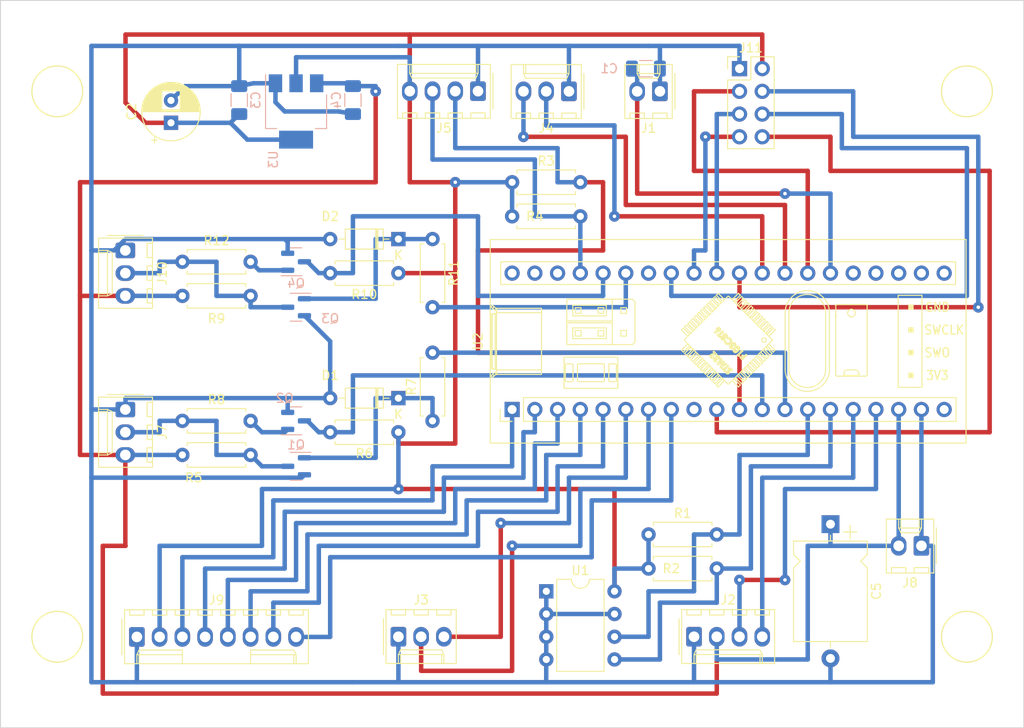
<source format=kicad_pcb>
(kicad_pcb (version 20221018) (generator pcbnew)
  (layers (0 "F.Cu" signal) (31 "B.Cu" signal) (34 "B.Paste" user) (35 "F.Paste" user) (36 "B.SilkS" user "B.Silkscreen") (37 "F.SilkS" user "F.Silkscreen") (38 "B.Mask" user) (39 "F.Mask" user) (44 "Edge.Cuts" user))
  (net 0 "")
  (net 1 "Pushbutton")
  (net 2 "GND")
  (net 3 "+3V3")
  (net 4 "+5V")
  (net 5 "Net-(D1-Pad1)")
  (net 6 "Net-(D2-Pad1)")
  (net 7 "RELAY_2")
  (net 8 "RELAY_1")
  (net 9 "Debug_RX")
  (net 10 "Debug_TX")
  (net 11 "RASP_RX")
  (net 12 "RASP_TX")
  (net 13 "BME280_SDA")
  (net 14 "BME280_SCL")
  (net 15 "Net-(J7-Pad2)")
  (net 16 "LCD_CE")
  (net 17 "LCD_SCK")
  (net 18 "LCD_DatCmd")
  (net 19 "LCD_MOSI")
  (net 20 "LCD_Reset")
  (net 21 "LED_BKG")
  (net 22 "Net-(J10-Pad2)")
  (net 23 "NRF_CE")
  (net 24 "NRF_CSN")
  (net 25 "NRF_SCK")
  (net 26 "NRF_MOSI")
  (net 27 "NRF_MISO")
  (net 28 "NRF_IRQ")
  (net 29 "Net-(Q2-Pad1)")
  (net 30 "CH1_RX")
  (net 31 "Net-(Q4-Pad1)")
  (net 32 "CH2_RX")
  (net 33 "EEPROM_SCL")
  (net 34 "EEPROM_SDA")
  (net 35 "CH1_TX")
  (net 36 "CH2_TX")
  (footprint "Connector_Molex:Molex_KK-254_AE-6410-03A_1x03_P2.54mm_Vertical" (layer "F.Cu") (at 143.51 35.56 180)
    (fp_text reference "J4")
    (fp_text value "Raspi")
  )
  (footprint "Resistor_THT:R_Axial_DIN0207_L6.3mm_D2.5mm_P7.62mm_Horizontal" (layer "F.Cu") (at 152.4 85.09)
    (fp_text reference "R1")
    (fp_text value "4.7k")
  )
  (footprint "Capacitor_THT:CP_Axial_L11.0mm_D8.0mm_P15.00mm_Horizontal" (layer "F.Cu") (at 172.72 83.94 -90)
    (fp_text reference "C5")
    (fp_text value "100u")
  )
  (footprint "Capacitor_THT:CP_Radial_D6.3mm_P2.50mm" (layer "F.Cu") (at 99.06 39.0775 90)
    (fp_text reference "C2")
    (fp_text value "10u")
  )
  (footprint "Resistor_THT:R_Axial_DIN0207_L6.3mm_D2.5mm_P7.62mm_Horizontal" (layer "F.Cu") (at 100.33 76.2)
    (fp_text reference "R5")
    (fp_text value "4.7k")
  )
  (footprint "Resistor_THT:R_Axial_DIN0207_L6.3mm_D2.5mm_P7.62mm_Horizontal" (layer "F.Cu") (at 100.33 58.42)
    (fp_text reference "R9")
    (fp_text value "4.7k")
  )
  (footprint "Package_DIP:DIP-8_W7.62mm" (layer "F.Cu") (at 140.98 91.44)
    (fp_text reference "U1")
    (fp_text value "AT24C256")
  )
  (footprint "Resistor_THT:R_Axial_DIN0207_L6.3mm_D2.5mm_P7.62mm_Horizontal" (layer "F.Cu") (at 152.4 88.9)
    (fp_text reference "R2")
    (fp_text value "4.7k")
  )
  (footprint "Resistor_THT:R_Axial_DIN0207_L6.3mm_D2.5mm_P7.62mm_Horizontal" (layer "F.Cu") (at 128.27 52.07 -90)
    (fp_text reference "R11")
    (fp_text value "47k")
  )
  (footprint "Connector_Molex:Molex_KK-254_AE-6410-03A_1x03_P2.54mm_Vertical" (layer "F.Cu") (at 93.96 71.12 -90)
    (fp_text reference "J7")
    (fp_text value "1-Wire CH1")
  )
  (footprint "Resistor_THT:R_Axial_DIN0207_L6.3mm_D2.5mm_P7.62mm_Horizontal" (layer "F.Cu") (at 128.27 72.39 90)
    (fp_text reference "R7")
    (fp_text value "47k")
  )
  (footprint "Connector_Molex:Molex_KK-254_AE-6410-03A_1x03_P2.54mm_Vertical" (layer "F.Cu") (at 124.46 96.52)
    (fp_text reference "J3")
    (fp_text value "Debug")
  )
  (footprint "Diode_THT:D_DO-35_SOD27_P7.62mm_Horizontal" (layer "F.Cu") (at 124.46 69.85 180)
    (fp_text reference "D1")
    (fp_text value "1N4148")
  )
  (footprint "STM32-Boards:YAAJ_BluePill_1" (layer "F.Cu") (at 137.16 71.12 90)
    (fp_text reference "U2")
    (fp_text value "STM32F401CEU6_WeAct_Part_Like" hide)
  )
  (footprint "Connector_Molex:Molex_KK-254_AE-6410-02A_1x02_P2.54mm_Vertical" (layer "F.Cu") (at 153.67 35.56 180)
    (fp_text reference "J1")
    (fp_text value "Button")
  )
  (footprint "Resistor_THT:R_Axial_DIN0207_L6.3mm_D2.5mm_P7.62mm_Horizontal" (layer "F.Cu") (at 124.46 55.88 180)
    (fp_text reference "R10")
    (fp_text value "4.7k")
  )
  (footprint "Connector_Molex:Molex_KK-254_AE-6410-04A_1x04_P2.54mm_Vertical" (layer "F.Cu") (at 157.48 96.52)
    (fp_text reference "J2")
    (fp_text value "Relay_Module")
  )
  (footprint "Resistor_THT:R_Axial_DIN0207_L6.3mm_D2.5mm_P7.62mm_Horizontal" (layer "F.Cu") (at 137.16 49.53)
    (fp_text reference "R4")
    (fp_text value "4.7k")
  )
  (footprint "Connector_Molex:Molex_KK-254_AE-6410-04A_1x04_P2.54mm_Vertical" (layer "F.Cu") (at 133.35 35.54 180)
    (fp_text reference "J5")
    (fp_text value "BME280")
  )
  (footprint "Resistor_THT:R_Axial_DIN0207_L6.3mm_D2.5mm_P7.62mm_Horizontal" (layer "F.Cu") (at 100.33 72.39)
    (fp_text reference "R8")
    (fp_text value "47k")
  )
  (footprint "Resistor_THT:R_Axial_DIN0207_L6.3mm_D2.5mm_P7.62mm_Horizontal" (layer "F.Cu") (at 100.33 54.61)
    (fp_text reference "R12")
    (fp_text value "47k")
  )
  (footprint "Resistor_THT:R_Axial_DIN0207_L6.3mm_D2.5mm_P7.62mm_Horizontal" (layer "F.Cu") (at 124.46 73.66 180)
    (fp_text reference "R6")
    (fp_text value "4.7k")
  )
  (footprint "Connector_PinHeader_2.54mm:PinHeader_2x04_P2.54mm_Vertical" (layer "F.Cu") (at 162.56 33.02)
    (fp_text reference "J11")
    (fp_text value "NRF24")
  )
  (footprint "Connector_Molex:Molex_KK-254_AE-6410-02A_1x02_P2.54mm_Vertical" (layer "F.Cu") (at 182.88 86.36 180)
    (fp_text reference "J8")
    (fp_text value "Power")
  )
  (footprint "Resistor_THT:R_Axial_DIN0207_L6.3mm_D2.5mm_P7.62mm_Horizontal" (layer "F.Cu") (at 137.16 45.72)
    (fp_text reference "R3")
    (fp_text value "4.7k")
  )
  (footprint "Diode_THT:D_DO-35_SOD27_P7.62mm_Horizontal" (layer "F.Cu") (at 124.46 52.07 180)
    (fp_text reference "D2")
    (fp_text value "1N4148")
  )
  (footprint "Connector_Molex:Molex_KK-254_AE-6410-03A_1x03_P2.54mm_Vertical" (layer "F.Cu") (at 93.96 53.34 -90)
    (fp_text reference "J10")
    (fp_text value "1-Wire CH2")
  )
  (footprint "Connector_Molex:Molex_KK-254_AE-6410-08A_1x08_P2.54mm_Vertical" (layer "F.Cu") (at 95.25 96.54)
    (fp_text reference "J9")
    (fp_text value "LCD_Nokia_5110")
  )
  (footprint "Capacitor_SMD:C_1206_3216Metric_Pad1.33x1.80mm_HandSolder" (layer "B.Cu") (at 119.38 36.5375 -90)
    (fp_text reference "C4")
    (fp_text value "100n")
  )
  (footprint "Package_TO_SOT_SMD:SOT-23" (layer "B.Cu") (at 113.03 72.39)
    (fp_text reference "Q2")
    (fp_text value "BC817")
  )
  (footprint "Package_TO_SOT_SMD:SOT-23" (layer "B.Cu") (at 113.03 54.61)
    (fp_text reference "Q4")
    (fp_text value "BC817")
  )
  (footprint "Package_TO_SOT_SMD:SOT-223-3_TabPin2" (layer "B.Cu") (at 113.03 37.8075 -90)
    (fp_text reference "U3")
    (fp_text value "AMS1117-3.3")
  )
  (footprint "Package_TO_SOT_SMD:SOT-23" (layer "B.Cu") (at 113.03 77.47 180)
    (fp_text reference "Q1")
    (fp_text value "BC817")
  )
  (footprint "Capacitor_SMD:C_1206_3216Metric_Pad1.33x1.80mm_HandSolder" (layer "B.Cu") (at 106.68 36.5375 90)
    (fp_text reference "C3")
    (fp_text value "100n")
  )
  (footprint "Package_TO_SOT_SMD:SOT-23" (layer "B.Cu") (at 113.03 59.69 180)
    (fp_text reference "Q3")
    (fp_text value "BC817")
  )
  (footprint "Capacitor_SMD:C_1206_3216Metric_Pad1.33x1.80mm_HandSolder" (layer "B.Cu") (at 152.1075 33.02)
    (fp_text reference "C1")
    (fp_text value "100n")
  )
  (gr_circle (center 86.36 35.56) (end 88.9 34.29) (stroke (width 0.15)) (fill none) (layer "F.SilkS"))
  (gr_circle (center 187.96 35.56) (end 190.5 34.29) (stroke (width 0.15)) (fill none) (layer "F.SilkS"))
  (gr_circle (center 187.96 96.52) (end 190.5 95.25) (stroke (width 0.15)) (fill none) (layer "F.SilkS"))
  (gr_circle (center 86.36 96.52) (end 88.9 95.25) (stroke (width 0.15)) (fill none) (layer "F.SilkS"))
  (gr_rect (start 80.01 25.4) (end 194.31 106.68) (stroke (width 0.1)) (fill none) (layer "Edge.Cuts"))
  (segment (start 151.13 46.99) (end 167.64 46.99) (width 0.5) (layer "F.Cu") (net 1))
  (segment (start 151.13 35.56) (end 151.13 46.99) (width 0.5) (layer "F.Cu") (net 1))
  (via (at 167.64 46.99) (size 1.2) (drill 0.4) (layers "F.Cu" "B.Cu") (net 1))
  (segment (start 151.13 33.605) (end 150.545 33.02) (width 0.5) (layer "B.Cu") (net 1))
  (segment (start 167.64 46.99) (end 172.72 46.99) (width 0.5) (layer "B.Cu") (net 1))
  (segment (start 172.72 46.99) (end 172.72 55.88) (width 0.5) (layer "B.Cu") (net 1))
  (segment (start 151.13 35.56) (end 151.13 33.605) (width 0.5) (layer "B.Cu") (net 1))
  (segment (start 113.9675 78.42) (end 113.6475 78.74) (width 0.5) (layer "B.Cu") (net 2))
  (segment (start 157.48 96.52) (end 157.48 101.6) (width 0.5) (layer "B.Cu") (net 2))
  (segment (start 99.06 36.5775) (end 100.6625 34.975) (width 0.5) (layer "B.Cu") (net 2))
  (segment (start 112.0925 52.4025) (end 111.76 52.07) (width 0.5) (layer "B.Cu") (net 2))
  (segment (start 90.17 78.74) (end 90.17 53.34) (width 0.5) (layer "B.Cu") (net 2))
  (segment (start 93.98 71.1) (end 93.96 71.12) (width 0.5) (layer "B.Cu") (net 2))
  (segment (start 92.71 53.34) (end 93.98 52.07) (width 0.5) (layer "B.Cu") (net 2))
  (segment (start 184.15 101.6) (end 184.15 86.36) (width 0.5) (layer "B.Cu") (net 2))
  (segment (start 111.76 69.85) (end 112.0925 70.1825) (width 0.5) (layer "B.Cu") (net 2))
  (segment (start 124.46 96.52) (end 124.46 101.6) (width 0.5) (layer "B.Cu") (net 2))
  (segment (start 90.17 101.6) (end 90.17 78.74) (width 0.5) (layer "B.Cu") (net 2))
  (segment (start 182.88 71.12) (end 182.88 86.36) (width 0.5) (layer "B.Cu") (net 2))
  (segment (start 112.0925 70.1825) (end 112.0925 71.44) (width 0.5) (layer "B.Cu") (net 2))
  (segment (start 110.73 36.7775) (end 111.76 37.8075) (width 0.5) (layer "B.Cu") (net 2))
  (segment (start 106.68 30.48) (end 106.68 34.975) (width 0.5) (layer "B.Cu") (net 2))
  (segment (start 111.76 37.8075) (end 117.8175 37.8075) (width 0.5) (layer "B.Cu") (net 2))
  (segment (start 100.6625 34.975) (end 106.68 34.975) (width 0.5) (layer "B.Cu") (net 2))
  (segment (start 113.6475 78.74) (end 90.17 78.74) (width 0.5) (layer "B.Cu") (net 2))
  (segment (start 184.15 86.36) (end 182.88 86.36) (width 0.5) (layer "B.Cu") (net 2))
  (segment (start 110.73 34.6575) (end 110.73 36.7775) (width 0.5) (layer "B.Cu") (net 2))
  (segment (start 140.98 91.44) (end 140.97 101.6) (width 0.5) (layer "B.Cu") (net 2))
  (segment (start 90.17 30.48) (end 90.17 53.34) (width 0.5) (layer "B.Cu") (net 2))
  (segment (start 106.68 30.48) (end 124.46 30.48) (width 0.5) (layer "B.Cu") (net 2))
  (segment (start 93.98 69.85) (end 111.76 69.85) (width 0.5) (layer "B.Cu") (net 2))
  (segment (start 113.98 60.64) (end 113.9675 60.64) (width 0.5) (layer "B.Cu") (net 2))
  (segment (start 133.35 35.54) (end 133.35 30.48) (width 0.5) (layer "B.Cu") (net 2))
  (segment (start 111.76 69.85) (end 116.84 69.85) (width 0.5) (layer "B.Cu") (net 2))
  (segment (start 152.4 30.48) (end 162.56 30.48) (width 0.5) (layer "B.Cu") (net 2))
  (segment (start 106.68 30.48) (end 90.17 30.48) (width 0.5) (layer "B.Cu") (net 2))
  (segment (start 93.98 52.07) (end 111.76 52.07) (width 0.5) (layer "B.Cu") (net 2))
  (segment (start 90.17 53.34) (end 92.71 53.34) (width 0.5) (layer "B.Cu") (net 2))
  (segment (start 172.72 101.6) (end 184.15 101.6) (width 0.5) (layer "B.Cu") (net 2))
  (segment (start 112.0925 53.66) (end 112.0925 52.4025) (width 0.5) (layer "B.Cu") (net 2))
  (segment (start 93.98 69.85) (end 93.98 71.1) (width 0.5) (layer "B.Cu") (net 2))
  (segment (start 148.6 93.98) (end 140.98 93.98) (width 0.5) (layer "B.Cu") (net 2))
  (segment (start 108.2675 34.6575) (end 106.68 34.975) (width 0.5) (layer "B.Cu") (net 2))
  (segment (start 116.84 63.5) (end 113.98 60.64) (width 0.5) (layer "B.Cu") (net 2))
  (segment (start 95.25 96.54) (end 95.25 101.6) (width 0.5) (layer "B.Cu") (net 2))
  (segment (start 162.56 30.48) (end 162.56 33.23) (width 0.5) (layer "B.Cu") (net 2))
  (segment (start 143.51 35.56) (end 143.51 30.48) (width 0.5) (layer "B.Cu") (net 2))
  (segment (start 172.72 98.94) (end 172.72 101.6) (width 0.5) (layer "B.Cu") (net 2))
  (segment (start 110.73 34.6575) (end 108.2675 34.6575) (width 0.5) (layer "B.Cu") (net 2))
  (segment (start 140.97 101.6) (end 172.72 101.6) (width 0.5) (layer "B.Cu") (net 2))
  (segment (start 119.38 101.6) (end 140.97 101.6) (width 0.5) (layer "B.Cu") (net 2))
  (segment (start 90.17 71.12) (end 93.96 71.12) (width 0.5) (layer "B.Cu") (net 2))
  (segment (start 153.67 33.02) (end 153.67 30.48) (width 0.5) (layer "B.Cu") (net 2))
  (segment (start 153.67 35.56) (end 153.67 33.02) (width 0.5) (layer "B.Cu") (net 2))
  (segment (start 116.84 69.85) (end 116.84 63.5) (width 0.5) (layer "B.Cu") (net 2))
  (segment (start 124.46 30.48) (end 152.4 30.48) (width 0.5) (layer "B.Cu") (net 2))
  (segment (start 119.38 101.6) (end 90.17 101.6) (width 0.5) (layer "B.Cu") (net 2))
  (segment (start 116.84 52.07) (end 111.76 52.07) (width 0.5) (layer "B.Cu") (net 2))
  (segment (start 117.8175 37.8075) (end 119.38 38.1) (width 0.5) (layer "B.Cu") (net 2))
  (segment (start 124.46 73.66) (end 124.46 74.93) (width 0.5) (layer "F.Cu") (net 3))
  (segment (start 165.1 29.21) (end 125.73 29.21) (width 0.5) (layer "F.Cu") (net 3))
  (segment (start 93.98 36.83) (end 93.98 29.21) (width 0.5) (layer "F.Cu") (net 3))
  (segment (start 125.73 29.21) (end 93.98 29.21) (width 0.5) (layer "F.Cu") (net 3))
  (segment (start 125.73 45.72) (end 130.81 45.72) (width 0.5) (layer "F.Cu") (net 3))
  (segment (start 148.6 81.29) (end 148.59 80.01) (width 0.5) (layer "F.Cu") (net 3))
  (segment (start 148.59 80.01) (end 124.46 80.01) (width 0.5) (layer "F.Cu") (net 3))
  (segment (start 148.6 91.44) (end 148.6 81.29) (width 0.5) (layer "F.Cu") (net 3))
  (segment (start 130.81 55.88) (end 130.81 74.93) (width 0.5) (layer "F.Cu") (net 3))
  (segment (start 165.1 33.02) (end 165.1 29.21) (width 0.5) (layer "F.Cu") (net 3))
  (segment (start 130.81 45.72) (end 130.81 55.88) (width 0.5) (layer "F.Cu") (net 3))
  (segment (start 124.46 55.88) (end 130.81 55.88) (width 0.5) (layer "F.Cu") (net 3))
  (segment (start 96.2275 39.0775) (end 93.98 36.83) (width 0.5) (layer "F.Cu") (net 3))
  (segment (start 125.73 29.21) (end 125.73 45.72) (width 0.5) (layer "F.Cu") (net 3))
  (segment (start 99.06 39.0775) (end 96.2275 39.0775) (width 0.5) (layer "F.Cu") (net 3))
  (segment (start 124.46 74.93) (end 130.81 74.93) (width 0.5) (layer "F.Cu") (net 3))
  (via (at 130.81 45.72) (size 1.2) (drill 0.4) (layers "F.Cu" "B.Cu") (net 3))
  (via (at 124.46 80.01) (size 1.2) (drill 0.4) (layers "F.Cu" "B.Cu") (net 3))
  (segment (start 124.46 73.66) (end 124.46 80.01) (width 0.5) (layer "B.Cu") (net 3))
  (segment (start 109.22 80.01) (end 109.22 86.36) (width 0.5) (layer "B.Cu") (net 3))
  (segment (start 109.22 86.36) (end 97.79 86.36) (width 0.5) (layer "B.Cu") (net 3))
  (segment (start 97.79 86.36) (end 97.79 96.54) (width 0.5) (layer "B.Cu") (net 3))
  (segment (start 148.59 88.9) (end 148.6 91.44) (width 0.5) (layer "B.Cu") (net 3))
  (segment (start 107.5825 40.9575) (end 113.03 40.9575) (width 0.5) (layer "B.Cu") (net 3))
  (segment (start 152.4 88.9) (end 148.59 88.9) (width 0.5) (layer "B.Cu") (net 3))
  (segment (start 125.73 31.75) (end 125.73 35.56) (width 0.5) (layer "B.Cu") (net 3))
  (segment (start 113.03 31.75) (end 125.73 31.75) (width 0.5) (layer "B.Cu") (net 3))
  (segment (start 137.16 45.72) (end 130.81 45.72) (width 0.5) (layer "B.Cu") (net 3))
  (segment (start 124.46 80.01) (end 109.22 80.01) (width 0.5) (layer "B.Cu") (net 3))
  (segment (start 105.7025 39.0775) (end 106.68 38.1) (width 0.5) (layer "B.Cu") (net 3))
  (segment (start 113.03 34.6575) (end 113.03 31.75) (width 0.5) (layer "B.Cu") (net 3))
  (segment (start 99.06 39.0775) (end 105.7025 39.0775) (width 0.5) (layer "B.Cu") (net 3))
  (segment (start 137.16 49.53) (end 137.16 45.72) (width 0.5) (layer "B.Cu") (net 3))
  (segment (start 105.7025 39.0775) (end 107.5825 40.9575) (width 0.5) (layer "B.Cu") (net 3))
  (segment (start 152.4 85.09) (end 152.4 88.9) (width 0.5) (layer "B.Cu") (net 3))
  (segment (start 93.96 86.34) (end 93.98 86.36) (width 0.5) (layer "F.Cu") (net 4))
  (segment (start 88.9 58.42) (end 93.96 58.42) (width 0.5) (layer "F.Cu") (net 4))
  (segment (start 88.9 45.72) (end 88.9 58.42) (width 0.5) (layer "F.Cu") (net 4))
  (segment (start 91.44 86.36) (end 91.44 102.87) (width 0.5) (layer "F.Cu") (net 4))
  (segment (start 88.9 76.2) (end 88.9 58.42) (width 0.5) (layer "F.Cu") (net 4))
  (segment (start 121.92 35.56) (end 121.92 45.72) (width 0.5) (layer "F.Cu") (net 4))
  (segment (start 121.92 45.72) (end 88.9 45.72) (width 0.5) (layer "F.Cu") (net 4))
  (segment (start 93.96 76.2) (end 93.96 86.34) (width 0.5) (layer "F.Cu") (net 4))
  (segment (start 91.44 102.87) (end 160.02 102.87) (width 0.5) (layer "F.Cu") (net 4))
  (segment (start 93.96 76.2) (end 88.9 76.2) (width 0.5) (layer "F.Cu") (net 4))
  (segment (start 160.02 102.87) (end 160.02 96.52) (width 0.5) (layer "F.Cu") (net 4))
  (segment (start 93.98 86.36) (end 91.44 86.36) (width 0.5) (layer "F.Cu") (net 4))
  (via (at 121.92 35.56) (size 1.2) (drill 0.4) (layers "F.Cu" "B.Cu") (net 4))
  (segment (start 170.18 86.36) (end 172.72 86.36) (width 0.5) (layer "B.Cu") (net 4))
  (segment (start 119.0625 34.6575) (end 119.38 34.975) (width 0.5) (layer "B.Cu") (net 4))
  (segment (start 160.02 99.06) (end 170.18 99.06) (width 0.5) (layer "B.Cu") (net 4))
  (segment (start 180.34 71.12) (end 180.34 86.36) (width 0.5) (layer "B.Cu") (net 4))
  (segment (start 121.92 34.975) (end 119.38 34.975) (width 0.5) (layer "B.Cu") (net 4))
  (segment (start 121.92 35.56) (end 121.92 34.975) (width 0.5) (layer "B.Cu") (net 4))
  (segment (start 160.02 96.52) (end 160.02 99.06) (width 0.5) (layer "B.Cu") (net 4))
  (segment (start 100.33 58.42) (end 93.96 58.42) (width 0.5) (layer "B.Cu") (net 4))
  (segment (start 170.18 99.06) (end 170.18 86.36) (width 0.5) (layer "B.Cu") (net 4))
  (segment (start 172.72 83.94) (end 172.72 86.36) (width 0.5) (layer "B.Cu") (net 4))
  (segment (start 115.33 34.6575) (end 119.0625 34.6575) (width 0.5) (layer "B.Cu") (net 4))
  (segment (start 93.96 76.2) (end 100.33 76.2) (width 0.5) (layer "B.Cu") (net 4))
  (segment (start 172.72 86.36) (end 180.34 86.36) (width 0.5) (layer "B.Cu") (net 4))
  (segment (start 124.46 69.85) (end 121.92 69.85) (width 0.5) (layer "B.Cu") (net 5))
  (segment (start 121.92 69.85) (end 121.92 76.52) (width 0.5) (layer "B.Cu") (net 5))
  (segment (start 121.92 76.52) (end 113.9675 76.52) (width 0.5) (layer "B.Cu") (net 5))
  (segment (start 128.27 72.39) (end 128.27 69.85) (width 0.5) (layer "B.Cu") (net 5))
  (segment (start 128.27 69.85) (end 124.46 69.85) (width 0.5) (layer "B.Cu") (net 5))
  (segment (start 121.92 52.07) (end 124.46 52.07) (width 0.5) (layer "B.Cu") (net 6))
  (segment (start 128.27 52.07) (end 124.46 52.07) (width 0.5) (layer "B.Cu") (net 6))
  (segment (start 113.9675 58.74) (end 121.92 58.74) (width 0.5) (layer "B.Cu") (net 6))
  (segment (start 121.92 58.74) (end 121.92 52.07) (width 0.5) (layer "B.Cu") (net 6))
  (segment (start 162.56 90.17) (end 167.64 90.17) (width 0.5) (layer "F.Cu") (net 7))
  (via (at 162.56 90.17) (size 1.2) (drill 0.4) (layers "F.Cu" "B.Cu") (net 7))
  (via (at 167.64 90.17) (size 1.2) (drill 0.4) (layers "F.Cu" "B.Cu") (net 7))
  (segment (start 162.56 96.52) (end 162.56 90.17) (width 0.5) (layer "B.Cu") (net 7))
  (segment (start 177.8 80.01) (end 177.8 71.12) (width 0.5) (layer "B.Cu") (net 7))
  (segment (start 167.64 80.01) (end 177.8 80.01) (width 0.5) (layer "B.Cu") (net 7))
  (segment (start 167.64 90.17) (end 167.64 80.01) (width 0.5) (layer "B.Cu") (net 7))
  (segment (start 175.26 71.12) (end 175.26 78.74) (width 0.5) (layer "B.Cu") (net 8))
  (segment (start 165.1 78.74) (end 165.1 96.52) (width 0.5) (layer "B.Cu") (net 8))
  (segment (start 175.26 78.74) (end 165.1 78.74) (width 0.5) (layer "B.Cu") (net 8))
  (segment (start 127 100.33) (end 127 96.52) (width 0.5) (layer "F.Cu") (net 9))
  (segment (start 137.16 86.36) (end 137.16 100.33) (width 0.5) (layer "F.Cu") (net 9))
  (segment (start 137.16 100.33) (end 127 100.33) (width 0.5) (layer "F.Cu") (net 9))
  (via (at 137.16 86.36) (size 1.2) (drill 0.4) (layers "F.Cu" "B.Cu") (net 9))
  (segment (start 144.78 80.01) (end 152.4 80.01) (width 0.5) (layer "B.Cu") (net 9))
  (segment (start 137.16 86.36) (end 144.78 86.36) (width 0.5) (layer "B.Cu") (net 9))
  (segment (start 144.78 86.36) (end 144.78 80.01) (width 0.5) (layer "B.Cu") (net 9))
  (segment (start 152.4 80.01) (end 152.4 71.12) (width 0.5) (layer "B.Cu") (net 9))
  (segment (start 135.89 96.52) (end 129.54 96.52) (width 0.5) (layer "F.Cu") (net 10))
  (segment (start 135.89 83.82) (end 135.89 96.52) (width 0.5) (layer "F.Cu") (net 10))
  (via (at 135.89 83.82) (size 1.2) (drill 0.4) (layers "F.Cu" "B.Cu") (net 10))
  (segment (start 149.86 78.74) (end 149.86 71.12) (width 0.5) (layer "B.Cu") (net 10))
  (segment (start 143.51 83.82) (end 143.51 78.74) (width 0.5) (layer "B.Cu") (net 10))
  (segment (start 135.89 83.82) (end 143.51 83.82) (width 0.5) (layer "B.Cu") (net 10))
  (segment (start 143.51 78.74) (end 149.86 78.74) (width 0.5) (layer "B.Cu") (net 10))
  (segment (start 148.59 49.53) (end 165.1 49.53) (width 0.5) (layer "F.Cu") (net 11))
  (segment (start 165.1 49.53) (end 165.1 55.88) (width 0.5) (layer "F.Cu") (net 11))
  (via (at 148.59 49.53) (size 1.2) (drill 0.4) (layers "F.Cu" "B.Cu") (net 11))
  (segment (start 148.59 49.53) (end 148.59 39.37) (width 0.5) (layer "B.Cu") (net 11))
  (segment (start 148.59 39.37) (end 140.97 39.37) (width 0.5) (layer "B.Cu") (net 11))
  (segment (start 140.97 39.37) (end 140.97 35.56) (width 0.5) (layer "B.Cu") (net 11))
  (segment (start 167.64 48.26) (end 167.64 55.88) (width 0.5) (layer "F.Cu") (net 12))
  (segment (start 149.86 48.26) (end 167.64 48.26) (width 0.5) (layer "F.Cu") (net 12))
  (segment (start 138.43 40.64) (end 149.86 40.64) (width 0.5) (layer "F.Cu") (net 12))
  (segment (start 149.86 40.64) (end 149.86 48.26) (width 0.5) (layer "F.Cu") (net 12))
  (via (at 138.43 40.64) (size 1.2) (drill 0.4) (layers "F.Cu" "B.Cu") (net 12))
  (segment (start 138.43 35.56) (end 138.43 40.64) (width 0.5) (layer "B.Cu") (net 12))
  (segment (start 133.35 53.34) (end 133.35 64.77) (width 0.5) (layer "F.Cu") (net 13))
  (segment (start 162.56 64.77) (end 162.56 71.12) (width 0.5) (layer "F.Cu") (net 13))
  (segment (start 144.78 45.72) (end 147.32 45.72) (width 0.5) (layer "F.Cu") (net 13))
  (segment (start 147.32 53.34) (end 133.35 53.34) (width 0.5) (layer "F.Cu") (net 13))
  (segment (start 147.32 45.72) (end 147.32 53.34) (width 0.5) (layer "F.Cu") (net 13))
  (segment (start 133.35 64.77) (end 162.56 64.77) (width 0.5) (layer "F.Cu") (net 13))
  (segment (start 130.81 35.54) (end 130.81 41.91) (width 0.5) (layer "B.Cu") (net 13))
  (segment (start 142.24 41.91) (end 142.24 45.72) (width 0.5) (layer "B.Cu") (net 13))
  (segment (start 142.24 45.72) (end 144.78 45.72) (width 0.5) (layer "B.Cu") (net 13))
  (segment (start 130.81 41.91) (end 142.24 41.91) (width 0.5) (layer "B.Cu") (net 13))
  (segment (start 144.78 55.88) (end 144.78 49.53) (width 0.5) (layer "B.Cu") (net 14))
  (segment (start 144.78 49.53) (end 139.7 49.53) (width 0.5) (layer "B.Cu") (net 14))
  (segment (start 139.7 43.18) (end 128.27 43.18) (width 0.5) (layer "B.Cu") (net 14))
  (segment (start 128.27 43.18) (end 128.27 35.54) (width 0.5) (layer "B.Cu") (net 14))
  (segment (start 139.7 49.53) (end 139.7 43.18) (width 0.5) (layer "B.Cu") (net 14))
  (segment (start 104.14 72.39) (end 104.14 76.2) (width 0.5) (layer "B.Cu") (net 15))
  (segment (start 107.95 76.2) (end 109.22 77.47) (width 0.5) (layer "B.Cu") (net 15))
  (segment (start 97.79 73.66) (end 97.79 72.39) (width 0.5) (layer "B.Cu") (net 15))
  (segment (start 100.33 72.39) (end 104.14 72.39) (width 0.5) (layer "B.Cu") (net 15))
  (segment (start 93.96 73.66) (end 97.79 73.66) (width 0.5) (layer "B.Cu") (net 15))
  (segment (start 109.22 77.47) (end 112.0925 77.47) (width 0.5) (layer "B.Cu") (net 15))
  (segment (start 97.79 72.39) (end 100.33 72.39) (width 0.5) (layer "B.Cu") (net 15))
  (segment (start 104.14 76.2) (end 107.95 76.2) (width 0.5) (layer "B.Cu") (net 15))
  (segment (start 110.49 87.63) (end 100.33 87.63) (width 0.5) (layer "B.Cu") (net 16))
  (segment (start 128.27 77.47) (end 128.27 81.28) (width 0.5) (layer "B.Cu") (net 16))
  (segment (start 128.27 81.28) (end 110.49 81.28) (width 0.5) (layer "B.Cu") (net 16))
  (segment (start 110.49 81.28) (end 110.49 87.63) (width 0.5) (layer "B.Cu") (net 16))
  (segment (start 137.16 77.47) (end 128.27 77.47) (width 0.5) (layer "B.Cu") (net 16))
  (segment (start 137.16 71.12) (end 137.16 77.47) (width 0.5) (layer "B.Cu") (net 16))
  (segment (start 100.33 87.63) (end 100.33 96.54) (width 0.5) (layer "B.Cu") (net 16))
  (segment (start 139.7 73.66) (end 138.43 73.66) (width 0.5) (layer "B.Cu") (net 17))
  (segment (start 102.87 88.9) (end 102.87 96.54) (width 0.5) (layer "B.Cu") (net 17))
  (segment (start 139.7 71.12) (end 139.7 73.66) (width 0.5) (layer "B.Cu") (net 17))
  (segment (start 111.76 88.9) (end 102.87 88.9) (width 0.5) (layer "B.Cu") (net 17))
  (segment (start 129.54 82.55) (end 111.76 82.55) (width 0.5) (layer "B.Cu") (net 17))
  (segment (start 129.54 78.74) (end 129.54 82.55) (width 0.5) (layer "B.Cu") (net 17))
  (segment (start 138.43 78.74) (end 129.54 78.74) (width 0.5) (layer "B.Cu") (net 17))
  (segment (start 138.43 73.66) (end 138.43 78.74) (width 0.5) (layer "B.Cu") (net 17))
  (segment (start 111.76 82.55) (end 111.76 88.9) (width 0.5) (layer "B.Cu") (net 17))
  (segment (start 130.81 80.01) (end 130.81 83.82) (width 0.5) (layer "B.Cu") (net 18))
  (segment (start 142.24 71.12) (end 142.24 74.93) (width 0.5) (layer "B.Cu") (net 18))
  (segment (start 113.03 90.17) (end 105.41 90.17) (width 0.5) (layer "B.Cu") (net 18))
  (segment (start 139.7 74.93) (end 139.7 80.01) (width 0.5) (layer "B.Cu") (net 18))
  (segment (start 142.24 74.93) (end 139.7 74.93) (width 0.5) (layer "B.Cu") (net 18))
  (segment (start 105.41 90.17) (end 105.41 96.54) (width 0.5) (layer "B.Cu") (net 18))
  (segment (start 139.7 80.01) (end 130.81 80.01) (width 0.5) (layer "B.Cu") (net 18))
  (segment (start 113.03 83.82) (end 113.03 90.17) (width 0.5) (layer "B.Cu") (net 18))
  (segment (start 130.81 83.82) (end 113.03 83.82) (width 0.5) (layer "B.Cu") (net 18))
  (segment (start 140.97 76.2) (end 140.97 81.28) (width 0.5) (layer "B.Cu") (net 19))
  (segment (start 132.08 85.09) (end 114.3 85.09) (width 0.5) (layer "B.Cu") (net 19))
  (segment (start 107.95 91.44) (end 107.95 96.54) (width 0.5) (layer "B.Cu") (net 19))
  (segment (start 114.3 91.44) (end 107.95 91.44) (width 0.5) (layer "B.Cu") (net 19))
  (segment (start 114.3 85.09) (end 114.3 91.44) (width 0.5) (layer "B.Cu") (net 19))
  (segment (start 140.97 81.28) (end 132.08 81.28) (width 0.5) (layer "B.Cu") (net 19))
  (segment (start 144.78 71.12) (end 144.78 76.2) (width 0.5) (layer "B.Cu") (net 19))
  (segment (start 132.08 81.28) (end 132.08 85.09) (width 0.5) (layer "B.Cu") (net 19))
  (segment (start 144.78 76.2) (end 140.97 76.2) (width 0.5) (layer "B.Cu") (net 19))
  (segment (start 133.35 82.55) (end 133.35 86.36) (width 0.5) (layer "B.Cu") (net 20))
  (segment (start 142.24 77.47) (end 142.24 82.55) (width 0.5) (layer "B.Cu") (net 20))
  (segment (start 133.35 86.36) (end 115.57 86.36) (width 0.5) (layer "B.Cu") (net 20))
  (segment (start 115.57 92.71) (end 110.49 92.71) (width 0.5) (layer "B.Cu") (net 20))
  (segment (start 147.32 71.12) (end 147.32 77.47) (width 0.5) (layer "B.Cu") (net 20))
  (segment (start 147.32 77.47) (end 142.24 77.47) (width 0.5) (layer "B.Cu") (net 20))
  (segment (start 110.49 92.71) (end 110.49 96.54) (width 0.5) (layer "B.Cu") (net 20))
  (segment (start 115.57 86.36) (end 115.57 92.71) (width 0.5) (layer "B.Cu") (net 20))
  (segment (start 142.24 82.55) (end 133.35 82.55) (width 0.5) (layer "B.Cu") (net 20))
  (segment (start 116.84 96.52) (end 116.82 96.54) (width 0.5) (layer "F.Cu") (net 21))
  (segment (start 154.94 71.12) (end 154.94 81.28) (width 0.5) (layer "B.Cu") (net 21))
  (segment (start 146.05 87.63) (end 116.84 87.63) (width 0.5) (layer "B.Cu") (net 21))
  (segment (start 116.84 87.63) (end 116.84 96.52) (width 0.5) (layer "B.Cu") (net 21))
  (segment (start 146.05 81.28) (end 146.05 87.63) (width 0.5) (layer "B.Cu") (net 21))
  (segment (start 116.82 96.54) (end 113.03 96.54) (width 0.5) (layer "B.Cu") (net 21))
  (segment (start 154.94 81.28) (end 146.05 81.28) (width 0.5) (layer "B.Cu") (net 21))
  (segment (start 97.79 54.61) (end 100.33 54.61) (width 0.5) (layer "B.Cu") (net 22))
  (segment (start 93.96 55.88) (end 97.79 55.88) (width 0.5) (layer "B.Cu") (net 22))
  (segment (start 97.79 55.88) (end 97.79 54.61) (width 0.5) (layer "B.Cu") (net 22))
  (segment (start 107.95 58.42) (end 107.95 59.69) (width 0.5) (layer "B.Cu") (net 22))
  (segment (start 104.14 54.61) (end 104.14 58.42) (width 0.5) (layer "B.Cu") (net 22))
  (segment (start 107.95 59.69) (end 112.0925 59.69) (width 0.5) (layer "B.Cu") (net 22))
  (segment (start 104.14 58.42) (end 107.95 58.42) (width 0.5) (layer "B.Cu") (net 22))
  (segment (start 100.33 54.61) (end 104.14 54.61) (width 0.5) (layer "B.Cu") (net 22))
  (segment (start 157.48 44.45) (end 170.18 44.45) (width 0.5) (layer "F.Cu") (net 23))
  (segment (start 170.18 44.45) (end 170.18 55.88) (width 0.5) (layer "F.Cu") (net 23))
  (segment (start 157.48 35.56) (end 157.48 44.45) (width 0.5) (layer "F.Cu") (net 23))
  (segment (start 162.56 35.56) (end 157.48 35.56) (width 0.5) (layer "F.Cu") (net 23))
  (segment (start 189.23 59.69) (end 162.56 59.69) (width 0.5) (layer "F.Cu") (net 24))
  (segment (start 162.56 59.69) (end 162.56 55.88) (width 0.5) (layer "F.Cu") (net 24))
  (via (at 189.23 59.69) (size 1.2) (drill 0.4) (layers "F.Cu" "B.Cu") (net 24))
  (segment (start 175.26 40.64) (end 189.23 40.64) (width 0.5) (layer "B.Cu") (net 24))
  (segment (start 175.26 35.56) (end 175.26 40.64) (width 0.5) (layer "B.Cu") (net 24))
  (segment (start 189.23 40.64) (end 189.23 59.69) (width 0.5) (layer "B.Cu") (net 24))
  (segment (start 165.1 35.56) (end 175.26 35.56) (width 0.5) (layer "B.Cu") (net 24))
  (segment (start 160.02 38.1) (end 160.02 55.88) (width 0.5) (layer "B.Cu") (net 25))
  (segment (start 162.56 38.1) (end 160.02 38.1) (width 0.5) (layer "B.Cu") (net 25))
  (segment (start 187.96 41.91) (end 187.96 58.42) (width 0.5) (layer "B.Cu") (net 26))
  (segment (start 173.99 41.91) (end 187.96 41.91) (width 0.5) (layer "B.Cu") (net 26))
  (segment (start 165.1 38.1) (end 173.99 38.1) (width 0.5) (layer "B.Cu") (net 26))
  (segment (start 173.99 38.1) (end 173.99 41.91) (width 0.5) (layer "B.Cu") (net 26))
  (segment (start 187.96 58.42) (end 154.94 58.42) (width 0.5) (layer "B.Cu") (net 26))
  (segment (start 154.94 58.42) (end 154.94 55.88) (width 0.5) (layer "B.Cu") (net 26))
  (segment (start 162.56 40.64) (end 158.75 40.64) (width 0.5) (layer "F.Cu") (net 27))
  (via (at 158.75 40.64) (size 1.2) (drill 0.4) (layers "F.Cu" "B.Cu") (net 27))
  (segment (start 158.75 53.34) (end 157.48 53.34) (width 0.5) (layer "B.Cu") (net 27))
  (segment (start 158.75 40.64) (end 158.75 53.34) (width 0.5) (layer "B.Cu") (net 27))
  (segment (start 157.48 53.34) (end 157.48 55.88) (width 0.5) (layer "B.Cu") (net 27))
  (segment (start 190.5 73.66) (end 190.5 44.45) (width 0.5) (layer "F.Cu") (net 28))
  (segment (start 172.72 40.64) (end 172.72 44.45) (width 0.5) (layer "F.Cu") (net 28))
  (segment (start 160.02 71.12) (end 160.02 73.66) (width 0.5) (layer "F.Cu") (net 28))
  (segment (start 172.72 44.45) (end 190.5 44.45) (width 0.5) (layer "F.Cu") (net 28))
  (segment (start 165.1 40.64) (end 172.72 40.64) (width 0.5) (layer "F.Cu") (net 28))
  (segment (start 160.02 73.66) (end 190.5 73.66) (width 0.5) (layer "F.Cu") (net 28))
  (segment (start 107.95 72.39) (end 109.22 73.66) (width 0.5) (layer "B.Cu") (net 29))
  (segment (start 109.22 73.66) (end 111.7725 73.66) (width 0.5) (layer "B.Cu") (net 29))
  (segment (start 111.7725 73.66) (end 112.0925 73.34) (width 0.5) (layer "B.Cu") (net 29))
  (segment (start 119.38 73.66) (end 119.38 67.31) (width 0.5) (layer "B.Cu") (net 30))
  (segment (start 115.57 73.66) (end 114.3 72.39) (width 0.5) (layer "B.Cu") (net 30))
  (segment (start 165.1 67.31) (end 165.1 71.12) (width 0.5) (layer "B.Cu") (net 30))
  (segment (start 165.1 67.31) (end 119.38 67.31) (width 0.5) (layer "B.Cu") (net 30))
  (segment (start 116.84 73.66) (end 115.57 73.66) (width 0.5) (layer "B.Cu") (net 30))
  (segment (start 116.84 73.66) (end 119.38 73.66) (width 0.5) (layer "B.Cu") (net 30))
  (segment (start 114.3 72.39) (end 113.9675 72.39) (width 0.5) (layer "B.Cu") (net 30))
  (segment (start 112.0925 55.56) (end 108.9 55.56) (width 0.5) (layer "B.Cu") (net 31))
  (segment (start 108.9 55.56) (end 107.95 54.61) (width 0.5) (layer "B.Cu") (net 31))
  (segment (start 115.57 55.88) (end 114.3 54.61) (width 0.5) (layer "B.Cu") (net 32))
  (segment (start 119.38 55.88) (end 116.84 55.88) (width 0.5) (layer "B.Cu") (net 32))
  (segment (start 147.32 58.42) (end 133.35 58.42) (width 0.5) (layer "B.Cu") (net 32))
  (segment (start 119.38 49.53) (end 119.38 55.88) (width 0.5) (layer "B.Cu") (net 32))
  (segment (start 133.35 58.42) (end 133.35 49.53) (width 0.5) (layer "B.Cu") (net 32))
  (segment (start 147.32 55.88) (end 147.32 58.42) (width 0.5) (layer "B.Cu") (net 32))
  (segment (start 116.84 55.88) (end 115.57 55.88) (width 0.5) (layer "B.Cu") (net 32))
  (segment (start 114.3 54.61) (end 113.9675 54.61) (width 0.5) (layer "B.Cu") (net 32))
  (segment (start 133.35 49.53) (end 119.38 49.53) (width 0.5) (layer "B.Cu") (net 32))
  (segment (start 152.4 91.44) (end 157.48 91.44) (width 0.5) (layer "B.Cu") (net 33))
  (segment (start 157.48 85.09) (end 162.56 85.09) (width 0.5) (layer "B.Cu") (net 33))
  (segment (start 152.4 96.52) (end 152.4 91.44) (width 0.5) (layer "B.Cu") (net 33))
  (segment (start 162.56 85.09) (end 162.56 76.2) (width 0.5) (layer "B.Cu") (net 33))
  (segment (start 162.56 76.2) (end 170.18 76.2) (width 0.5) (layer "B.Cu") (net 33))
  (segment (start 157.48 91.44) (end 157.48 85.09) (width 0.5) (layer "B.Cu") (net 33))
  (segment (start 148.6 96.52) (end 152.4 96.52) (width 0.5) (layer "B.Cu") (net 33))
  (segment (start 170.18 76.2) (end 170.18 71.12) (width 0.5) (layer "B.Cu") (net 33))
  (segment (start 153.67 99.06) (end 153.67 92.71) (width 0.5) (layer "B.Cu") (net 34))
  (segment (start 160.02 88.9) (end 163.83 88.9) (width 0.5) (layer "B.Cu") (net 34))
  (segment (start 160.02 92.71) (end 160.02 88.9) (width 0.5) (layer "B.Cu") (net 34))
  (segment (start 148.6 99.06) (end 153.67 99.06) (width 0.5) (layer "B.Cu") (net 34))
  (segment (start 153.67 92.71) (end 160.02 92.71) (width 0.5) (layer "B.Cu") (net 34))
  (segment (start 163.83 88.9) (end 163.83 77.47) (width 0.5) (layer "B.Cu") (net 34))
  (segment (start 163.83 77.47) (end 172.72 77.47) (width 0.5) (layer "B.Cu") (net 34))
  (segment (start 172.72 77.47) (end 172.72 71.12) (width 0.5) (layer "B.Cu") (net 34))
  (segment (start 167.64 64.77) (end 128.27 64.77) (width 0.5) (layer "B.Cu") (net 35))
  (segment (start 167.64 71.12) (end 167.64 64.77) (width 0.5) (layer "B.Cu") (net 35))
  (segment (start 149.86 59.69) (end 128.27 59.69) (width 0.5) (layer "B.Cu") (net 36))
  (segment (start 149.86 55.88) (end 149.86 59.69) (width 0.5) (layer "B.Cu") (net 36))
)
</source>
